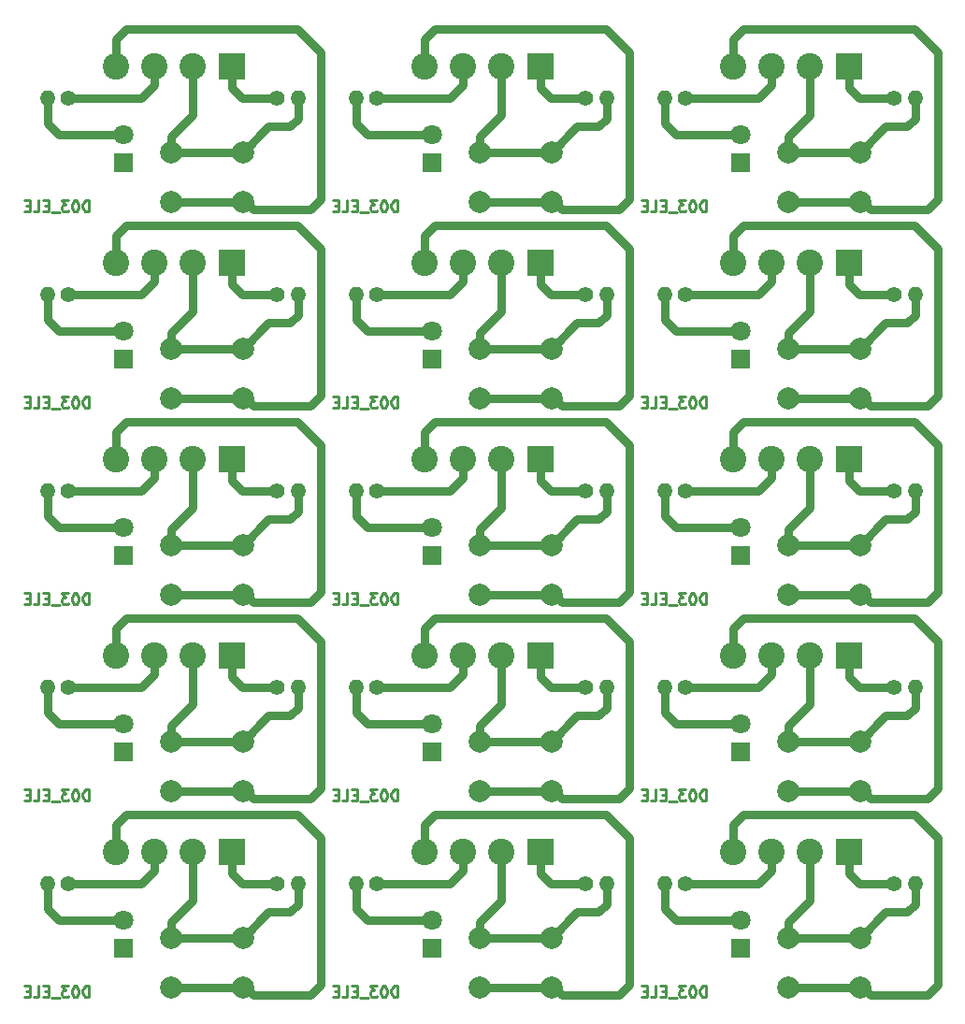
<source format=gbr>
G04 #@! TF.GenerationSoftware,KiCad,Pcbnew,5.1.5-52549c5~86~ubuntu18.04.1*
G04 #@! TF.CreationDate,2020-09-25T18:23:52-05:00*
G04 #@! TF.ProjectId,,58585858-5858-4585-9858-585858585858,rev?*
G04 #@! TF.SameCoordinates,Original*
G04 #@! TF.FileFunction,Copper,L2,Bot*
G04 #@! TF.FilePolarity,Positive*
%FSLAX46Y46*%
G04 Gerber Fmt 4.6, Leading zero omitted, Abs format (unit mm)*
G04 Created by KiCad (PCBNEW 5.1.5-52549c5~86~ubuntu18.04.1) date 2020-09-25 18:23:52*
%MOMM*%
%LPD*%
G04 APERTURE LIST*
%ADD10C,0.250000*%
%ADD11C,1.400000*%
%ADD12O,1.400000X1.400000*%
%ADD13R,1.800000X1.800000*%
%ADD14C,1.800000*%
%ADD15C,2.000000*%
%ADD16R,2.400000X2.400000*%
%ADD17C,2.400000*%
%ADD18C,0.750000*%
G04 APERTURE END LIST*
D10*
X154644361Y-158389580D02*
X154644361Y-157389580D01*
X154406266Y-157389580D01*
X154263409Y-157437200D01*
X154168171Y-157532438D01*
X154120552Y-157627676D01*
X154072933Y-157818152D01*
X154072933Y-157961009D01*
X154120552Y-158151485D01*
X154168171Y-158246723D01*
X154263409Y-158341961D01*
X154406266Y-158389580D01*
X154644361Y-158389580D01*
X153453885Y-157389580D02*
X153358647Y-157389580D01*
X153263409Y-157437200D01*
X153215790Y-157484819D01*
X153168171Y-157580057D01*
X153120552Y-157770533D01*
X153120552Y-158008628D01*
X153168171Y-158199104D01*
X153215790Y-158294342D01*
X153263409Y-158341961D01*
X153358647Y-158389580D01*
X153453885Y-158389580D01*
X153549123Y-158341961D01*
X153596742Y-158294342D01*
X153644361Y-158199104D01*
X153691980Y-158008628D01*
X153691980Y-157770533D01*
X153644361Y-157580057D01*
X153596742Y-157484819D01*
X153549123Y-157437200D01*
X153453885Y-157389580D01*
X152787219Y-157389580D02*
X152168171Y-157389580D01*
X152501504Y-157770533D01*
X152358647Y-157770533D01*
X152263409Y-157818152D01*
X152215790Y-157865771D01*
X152168171Y-157961009D01*
X152168171Y-158199104D01*
X152215790Y-158294342D01*
X152263409Y-158341961D01*
X152358647Y-158389580D01*
X152644361Y-158389580D01*
X152739600Y-158341961D01*
X152787219Y-158294342D01*
X151977695Y-158484819D02*
X151215790Y-158484819D01*
X150977695Y-157865771D02*
X150644361Y-157865771D01*
X150501504Y-158389580D02*
X150977695Y-158389580D01*
X150977695Y-157389580D01*
X150501504Y-157389580D01*
X149596742Y-158389580D02*
X150072933Y-158389580D01*
X150072933Y-157389580D01*
X149263409Y-157865771D02*
X148930076Y-157865771D01*
X148787219Y-158389580D02*
X149263409Y-158389580D01*
X149263409Y-157389580D01*
X148787219Y-157389580D01*
X126704361Y-158389580D02*
X126704361Y-157389580D01*
X126466266Y-157389580D01*
X126323409Y-157437200D01*
X126228171Y-157532438D01*
X126180552Y-157627676D01*
X126132933Y-157818152D01*
X126132933Y-157961009D01*
X126180552Y-158151485D01*
X126228171Y-158246723D01*
X126323409Y-158341961D01*
X126466266Y-158389580D01*
X126704361Y-158389580D01*
X125513885Y-157389580D02*
X125418647Y-157389580D01*
X125323409Y-157437200D01*
X125275790Y-157484819D01*
X125228171Y-157580057D01*
X125180552Y-157770533D01*
X125180552Y-158008628D01*
X125228171Y-158199104D01*
X125275790Y-158294342D01*
X125323409Y-158341961D01*
X125418647Y-158389580D01*
X125513885Y-158389580D01*
X125609123Y-158341961D01*
X125656742Y-158294342D01*
X125704361Y-158199104D01*
X125751980Y-158008628D01*
X125751980Y-157770533D01*
X125704361Y-157580057D01*
X125656742Y-157484819D01*
X125609123Y-157437200D01*
X125513885Y-157389580D01*
X124847219Y-157389580D02*
X124228171Y-157389580D01*
X124561504Y-157770533D01*
X124418647Y-157770533D01*
X124323409Y-157818152D01*
X124275790Y-157865771D01*
X124228171Y-157961009D01*
X124228171Y-158199104D01*
X124275790Y-158294342D01*
X124323409Y-158341961D01*
X124418647Y-158389580D01*
X124704361Y-158389580D01*
X124799600Y-158341961D01*
X124847219Y-158294342D01*
X124037695Y-158484819D02*
X123275790Y-158484819D01*
X123037695Y-157865771D02*
X122704361Y-157865771D01*
X122561504Y-158389580D02*
X123037695Y-158389580D01*
X123037695Y-157389580D01*
X122561504Y-157389580D01*
X121656742Y-158389580D02*
X122132933Y-158389580D01*
X122132933Y-157389580D01*
X121323409Y-157865771D02*
X120990076Y-157865771D01*
X120847219Y-158389580D02*
X121323409Y-158389580D01*
X121323409Y-157389580D01*
X120847219Y-157389580D01*
X98764361Y-158389580D02*
X98764361Y-157389580D01*
X98526266Y-157389580D01*
X98383409Y-157437200D01*
X98288171Y-157532438D01*
X98240552Y-157627676D01*
X98192933Y-157818152D01*
X98192933Y-157961009D01*
X98240552Y-158151485D01*
X98288171Y-158246723D01*
X98383409Y-158341961D01*
X98526266Y-158389580D01*
X98764361Y-158389580D01*
X97573885Y-157389580D02*
X97478647Y-157389580D01*
X97383409Y-157437200D01*
X97335790Y-157484819D01*
X97288171Y-157580057D01*
X97240552Y-157770533D01*
X97240552Y-158008628D01*
X97288171Y-158199104D01*
X97335790Y-158294342D01*
X97383409Y-158341961D01*
X97478647Y-158389580D01*
X97573885Y-158389580D01*
X97669123Y-158341961D01*
X97716742Y-158294342D01*
X97764361Y-158199104D01*
X97811980Y-158008628D01*
X97811980Y-157770533D01*
X97764361Y-157580057D01*
X97716742Y-157484819D01*
X97669123Y-157437200D01*
X97573885Y-157389580D01*
X96907219Y-157389580D02*
X96288171Y-157389580D01*
X96621504Y-157770533D01*
X96478647Y-157770533D01*
X96383409Y-157818152D01*
X96335790Y-157865771D01*
X96288171Y-157961009D01*
X96288171Y-158199104D01*
X96335790Y-158294342D01*
X96383409Y-158341961D01*
X96478647Y-158389580D01*
X96764361Y-158389580D01*
X96859600Y-158341961D01*
X96907219Y-158294342D01*
X96097695Y-158484819D02*
X95335790Y-158484819D01*
X95097695Y-157865771D02*
X94764361Y-157865771D01*
X94621504Y-158389580D02*
X95097695Y-158389580D01*
X95097695Y-157389580D01*
X94621504Y-157389580D01*
X93716742Y-158389580D02*
X94192933Y-158389580D01*
X94192933Y-157389580D01*
X93383409Y-157865771D02*
X93050076Y-157865771D01*
X92907219Y-158389580D02*
X93383409Y-158389580D01*
X93383409Y-157389580D01*
X92907219Y-157389580D01*
X154644361Y-140609580D02*
X154644361Y-139609580D01*
X154406266Y-139609580D01*
X154263409Y-139657200D01*
X154168171Y-139752438D01*
X154120552Y-139847676D01*
X154072933Y-140038152D01*
X154072933Y-140181009D01*
X154120552Y-140371485D01*
X154168171Y-140466723D01*
X154263409Y-140561961D01*
X154406266Y-140609580D01*
X154644361Y-140609580D01*
X153453885Y-139609580D02*
X153358647Y-139609580D01*
X153263409Y-139657200D01*
X153215790Y-139704819D01*
X153168171Y-139800057D01*
X153120552Y-139990533D01*
X153120552Y-140228628D01*
X153168171Y-140419104D01*
X153215790Y-140514342D01*
X153263409Y-140561961D01*
X153358647Y-140609580D01*
X153453885Y-140609580D01*
X153549123Y-140561961D01*
X153596742Y-140514342D01*
X153644361Y-140419104D01*
X153691980Y-140228628D01*
X153691980Y-139990533D01*
X153644361Y-139800057D01*
X153596742Y-139704819D01*
X153549123Y-139657200D01*
X153453885Y-139609580D01*
X152787219Y-139609580D02*
X152168171Y-139609580D01*
X152501504Y-139990533D01*
X152358647Y-139990533D01*
X152263409Y-140038152D01*
X152215790Y-140085771D01*
X152168171Y-140181009D01*
X152168171Y-140419104D01*
X152215790Y-140514342D01*
X152263409Y-140561961D01*
X152358647Y-140609580D01*
X152644361Y-140609580D01*
X152739600Y-140561961D01*
X152787219Y-140514342D01*
X151977695Y-140704819D02*
X151215790Y-140704819D01*
X150977695Y-140085771D02*
X150644361Y-140085771D01*
X150501504Y-140609580D02*
X150977695Y-140609580D01*
X150977695Y-139609580D01*
X150501504Y-139609580D01*
X149596742Y-140609580D02*
X150072933Y-140609580D01*
X150072933Y-139609580D01*
X149263409Y-140085771D02*
X148930076Y-140085771D01*
X148787219Y-140609580D02*
X149263409Y-140609580D01*
X149263409Y-139609580D01*
X148787219Y-139609580D01*
X126704361Y-140609580D02*
X126704361Y-139609580D01*
X126466266Y-139609580D01*
X126323409Y-139657200D01*
X126228171Y-139752438D01*
X126180552Y-139847676D01*
X126132933Y-140038152D01*
X126132933Y-140181009D01*
X126180552Y-140371485D01*
X126228171Y-140466723D01*
X126323409Y-140561961D01*
X126466266Y-140609580D01*
X126704361Y-140609580D01*
X125513885Y-139609580D02*
X125418647Y-139609580D01*
X125323409Y-139657200D01*
X125275790Y-139704819D01*
X125228171Y-139800057D01*
X125180552Y-139990533D01*
X125180552Y-140228628D01*
X125228171Y-140419104D01*
X125275790Y-140514342D01*
X125323409Y-140561961D01*
X125418647Y-140609580D01*
X125513885Y-140609580D01*
X125609123Y-140561961D01*
X125656742Y-140514342D01*
X125704361Y-140419104D01*
X125751980Y-140228628D01*
X125751980Y-139990533D01*
X125704361Y-139800057D01*
X125656742Y-139704819D01*
X125609123Y-139657200D01*
X125513885Y-139609580D01*
X124847219Y-139609580D02*
X124228171Y-139609580D01*
X124561504Y-139990533D01*
X124418647Y-139990533D01*
X124323409Y-140038152D01*
X124275790Y-140085771D01*
X124228171Y-140181009D01*
X124228171Y-140419104D01*
X124275790Y-140514342D01*
X124323409Y-140561961D01*
X124418647Y-140609580D01*
X124704361Y-140609580D01*
X124799600Y-140561961D01*
X124847219Y-140514342D01*
X124037695Y-140704819D02*
X123275790Y-140704819D01*
X123037695Y-140085771D02*
X122704361Y-140085771D01*
X122561504Y-140609580D02*
X123037695Y-140609580D01*
X123037695Y-139609580D01*
X122561504Y-139609580D01*
X121656742Y-140609580D02*
X122132933Y-140609580D01*
X122132933Y-139609580D01*
X121323409Y-140085771D02*
X120990076Y-140085771D01*
X120847219Y-140609580D02*
X121323409Y-140609580D01*
X121323409Y-139609580D01*
X120847219Y-139609580D01*
X98764361Y-140609580D02*
X98764361Y-139609580D01*
X98526266Y-139609580D01*
X98383409Y-139657200D01*
X98288171Y-139752438D01*
X98240552Y-139847676D01*
X98192933Y-140038152D01*
X98192933Y-140181009D01*
X98240552Y-140371485D01*
X98288171Y-140466723D01*
X98383409Y-140561961D01*
X98526266Y-140609580D01*
X98764361Y-140609580D01*
X97573885Y-139609580D02*
X97478647Y-139609580D01*
X97383409Y-139657200D01*
X97335790Y-139704819D01*
X97288171Y-139800057D01*
X97240552Y-139990533D01*
X97240552Y-140228628D01*
X97288171Y-140419104D01*
X97335790Y-140514342D01*
X97383409Y-140561961D01*
X97478647Y-140609580D01*
X97573885Y-140609580D01*
X97669123Y-140561961D01*
X97716742Y-140514342D01*
X97764361Y-140419104D01*
X97811980Y-140228628D01*
X97811980Y-139990533D01*
X97764361Y-139800057D01*
X97716742Y-139704819D01*
X97669123Y-139657200D01*
X97573885Y-139609580D01*
X96907219Y-139609580D02*
X96288171Y-139609580D01*
X96621504Y-139990533D01*
X96478647Y-139990533D01*
X96383409Y-140038152D01*
X96335790Y-140085771D01*
X96288171Y-140181009D01*
X96288171Y-140419104D01*
X96335790Y-140514342D01*
X96383409Y-140561961D01*
X96478647Y-140609580D01*
X96764361Y-140609580D01*
X96859600Y-140561961D01*
X96907219Y-140514342D01*
X96097695Y-140704819D02*
X95335790Y-140704819D01*
X95097695Y-140085771D02*
X94764361Y-140085771D01*
X94621504Y-140609580D02*
X95097695Y-140609580D01*
X95097695Y-139609580D01*
X94621504Y-139609580D01*
X93716742Y-140609580D02*
X94192933Y-140609580D01*
X94192933Y-139609580D01*
X93383409Y-140085771D02*
X93050076Y-140085771D01*
X92907219Y-140609580D02*
X93383409Y-140609580D01*
X93383409Y-139609580D01*
X92907219Y-139609580D01*
X154644361Y-122829580D02*
X154644361Y-121829580D01*
X154406266Y-121829580D01*
X154263409Y-121877200D01*
X154168171Y-121972438D01*
X154120552Y-122067676D01*
X154072933Y-122258152D01*
X154072933Y-122401009D01*
X154120552Y-122591485D01*
X154168171Y-122686723D01*
X154263409Y-122781961D01*
X154406266Y-122829580D01*
X154644361Y-122829580D01*
X153453885Y-121829580D02*
X153358647Y-121829580D01*
X153263409Y-121877200D01*
X153215790Y-121924819D01*
X153168171Y-122020057D01*
X153120552Y-122210533D01*
X153120552Y-122448628D01*
X153168171Y-122639104D01*
X153215790Y-122734342D01*
X153263409Y-122781961D01*
X153358647Y-122829580D01*
X153453885Y-122829580D01*
X153549123Y-122781961D01*
X153596742Y-122734342D01*
X153644361Y-122639104D01*
X153691980Y-122448628D01*
X153691980Y-122210533D01*
X153644361Y-122020057D01*
X153596742Y-121924819D01*
X153549123Y-121877200D01*
X153453885Y-121829580D01*
X152787219Y-121829580D02*
X152168171Y-121829580D01*
X152501504Y-122210533D01*
X152358647Y-122210533D01*
X152263409Y-122258152D01*
X152215790Y-122305771D01*
X152168171Y-122401009D01*
X152168171Y-122639104D01*
X152215790Y-122734342D01*
X152263409Y-122781961D01*
X152358647Y-122829580D01*
X152644361Y-122829580D01*
X152739600Y-122781961D01*
X152787219Y-122734342D01*
X151977695Y-122924819D02*
X151215790Y-122924819D01*
X150977695Y-122305771D02*
X150644361Y-122305771D01*
X150501504Y-122829580D02*
X150977695Y-122829580D01*
X150977695Y-121829580D01*
X150501504Y-121829580D01*
X149596742Y-122829580D02*
X150072933Y-122829580D01*
X150072933Y-121829580D01*
X149263409Y-122305771D02*
X148930076Y-122305771D01*
X148787219Y-122829580D02*
X149263409Y-122829580D01*
X149263409Y-121829580D01*
X148787219Y-121829580D01*
X126704361Y-122829580D02*
X126704361Y-121829580D01*
X126466266Y-121829580D01*
X126323409Y-121877200D01*
X126228171Y-121972438D01*
X126180552Y-122067676D01*
X126132933Y-122258152D01*
X126132933Y-122401009D01*
X126180552Y-122591485D01*
X126228171Y-122686723D01*
X126323409Y-122781961D01*
X126466266Y-122829580D01*
X126704361Y-122829580D01*
X125513885Y-121829580D02*
X125418647Y-121829580D01*
X125323409Y-121877200D01*
X125275790Y-121924819D01*
X125228171Y-122020057D01*
X125180552Y-122210533D01*
X125180552Y-122448628D01*
X125228171Y-122639104D01*
X125275790Y-122734342D01*
X125323409Y-122781961D01*
X125418647Y-122829580D01*
X125513885Y-122829580D01*
X125609123Y-122781961D01*
X125656742Y-122734342D01*
X125704361Y-122639104D01*
X125751980Y-122448628D01*
X125751980Y-122210533D01*
X125704361Y-122020057D01*
X125656742Y-121924819D01*
X125609123Y-121877200D01*
X125513885Y-121829580D01*
X124847219Y-121829580D02*
X124228171Y-121829580D01*
X124561504Y-122210533D01*
X124418647Y-122210533D01*
X124323409Y-122258152D01*
X124275790Y-122305771D01*
X124228171Y-122401009D01*
X124228171Y-122639104D01*
X124275790Y-122734342D01*
X124323409Y-122781961D01*
X124418647Y-122829580D01*
X124704361Y-122829580D01*
X124799600Y-122781961D01*
X124847219Y-122734342D01*
X124037695Y-122924819D02*
X123275790Y-122924819D01*
X123037695Y-122305771D02*
X122704361Y-122305771D01*
X122561504Y-122829580D02*
X123037695Y-122829580D01*
X123037695Y-121829580D01*
X122561504Y-121829580D01*
X121656742Y-122829580D02*
X122132933Y-122829580D01*
X122132933Y-121829580D01*
X121323409Y-122305771D02*
X120990076Y-122305771D01*
X120847219Y-122829580D02*
X121323409Y-122829580D01*
X121323409Y-121829580D01*
X120847219Y-121829580D01*
X98764361Y-122829580D02*
X98764361Y-121829580D01*
X98526266Y-121829580D01*
X98383409Y-121877200D01*
X98288171Y-121972438D01*
X98240552Y-122067676D01*
X98192933Y-122258152D01*
X98192933Y-122401009D01*
X98240552Y-122591485D01*
X98288171Y-122686723D01*
X98383409Y-122781961D01*
X98526266Y-122829580D01*
X98764361Y-122829580D01*
X97573885Y-121829580D02*
X97478647Y-121829580D01*
X97383409Y-121877200D01*
X97335790Y-121924819D01*
X97288171Y-122020057D01*
X97240552Y-122210533D01*
X97240552Y-122448628D01*
X97288171Y-122639104D01*
X97335790Y-122734342D01*
X97383409Y-122781961D01*
X97478647Y-122829580D01*
X97573885Y-122829580D01*
X97669123Y-122781961D01*
X97716742Y-122734342D01*
X97764361Y-122639104D01*
X97811980Y-122448628D01*
X97811980Y-122210533D01*
X97764361Y-122020057D01*
X97716742Y-121924819D01*
X97669123Y-121877200D01*
X97573885Y-121829580D01*
X96907219Y-121829580D02*
X96288171Y-121829580D01*
X96621504Y-122210533D01*
X96478647Y-122210533D01*
X96383409Y-122258152D01*
X96335790Y-122305771D01*
X96288171Y-122401009D01*
X96288171Y-122639104D01*
X96335790Y-122734342D01*
X96383409Y-122781961D01*
X96478647Y-122829580D01*
X96764361Y-122829580D01*
X96859600Y-122781961D01*
X96907219Y-122734342D01*
X96097695Y-122924819D02*
X95335790Y-122924819D01*
X95097695Y-122305771D02*
X94764361Y-122305771D01*
X94621504Y-122829580D02*
X95097695Y-122829580D01*
X95097695Y-121829580D01*
X94621504Y-121829580D01*
X93716742Y-122829580D02*
X94192933Y-122829580D01*
X94192933Y-121829580D01*
X93383409Y-122305771D02*
X93050076Y-122305771D01*
X92907219Y-122829580D02*
X93383409Y-122829580D01*
X93383409Y-121829580D01*
X92907219Y-121829580D01*
X154644361Y-105049580D02*
X154644361Y-104049580D01*
X154406266Y-104049580D01*
X154263409Y-104097200D01*
X154168171Y-104192438D01*
X154120552Y-104287676D01*
X154072933Y-104478152D01*
X154072933Y-104621009D01*
X154120552Y-104811485D01*
X154168171Y-104906723D01*
X154263409Y-105001961D01*
X154406266Y-105049580D01*
X154644361Y-105049580D01*
X153453885Y-104049580D02*
X153358647Y-104049580D01*
X153263409Y-104097200D01*
X153215790Y-104144819D01*
X153168171Y-104240057D01*
X153120552Y-104430533D01*
X153120552Y-104668628D01*
X153168171Y-104859104D01*
X153215790Y-104954342D01*
X153263409Y-105001961D01*
X153358647Y-105049580D01*
X153453885Y-105049580D01*
X153549123Y-105001961D01*
X153596742Y-104954342D01*
X153644361Y-104859104D01*
X153691980Y-104668628D01*
X153691980Y-104430533D01*
X153644361Y-104240057D01*
X153596742Y-104144819D01*
X153549123Y-104097200D01*
X153453885Y-104049580D01*
X152787219Y-104049580D02*
X152168171Y-104049580D01*
X152501504Y-104430533D01*
X152358647Y-104430533D01*
X152263409Y-104478152D01*
X152215790Y-104525771D01*
X152168171Y-104621009D01*
X152168171Y-104859104D01*
X152215790Y-104954342D01*
X152263409Y-105001961D01*
X152358647Y-105049580D01*
X152644361Y-105049580D01*
X152739600Y-105001961D01*
X152787219Y-104954342D01*
X151977695Y-105144819D02*
X151215790Y-105144819D01*
X150977695Y-104525771D02*
X150644361Y-104525771D01*
X150501504Y-105049580D02*
X150977695Y-105049580D01*
X150977695Y-104049580D01*
X150501504Y-104049580D01*
X149596742Y-105049580D02*
X150072933Y-105049580D01*
X150072933Y-104049580D01*
X149263409Y-104525771D02*
X148930076Y-104525771D01*
X148787219Y-105049580D02*
X149263409Y-105049580D01*
X149263409Y-104049580D01*
X148787219Y-104049580D01*
X126704361Y-105049580D02*
X126704361Y-104049580D01*
X126466266Y-104049580D01*
X126323409Y-104097200D01*
X126228171Y-104192438D01*
X126180552Y-104287676D01*
X126132933Y-104478152D01*
X126132933Y-104621009D01*
X126180552Y-104811485D01*
X126228171Y-104906723D01*
X126323409Y-105001961D01*
X126466266Y-105049580D01*
X126704361Y-105049580D01*
X125513885Y-104049580D02*
X125418647Y-104049580D01*
X125323409Y-104097200D01*
X125275790Y-104144819D01*
X125228171Y-104240057D01*
X125180552Y-104430533D01*
X125180552Y-104668628D01*
X125228171Y-104859104D01*
X125275790Y-104954342D01*
X125323409Y-105001961D01*
X125418647Y-105049580D01*
X125513885Y-105049580D01*
X125609123Y-105001961D01*
X125656742Y-104954342D01*
X125704361Y-104859104D01*
X125751980Y-104668628D01*
X125751980Y-104430533D01*
X125704361Y-104240057D01*
X125656742Y-104144819D01*
X125609123Y-104097200D01*
X125513885Y-104049580D01*
X124847219Y-104049580D02*
X124228171Y-104049580D01*
X124561504Y-104430533D01*
X124418647Y-104430533D01*
X124323409Y-104478152D01*
X124275790Y-104525771D01*
X124228171Y-104621009D01*
X124228171Y-104859104D01*
X124275790Y-104954342D01*
X124323409Y-105001961D01*
X124418647Y-105049580D01*
X124704361Y-105049580D01*
X124799600Y-105001961D01*
X124847219Y-104954342D01*
X124037695Y-105144819D02*
X123275790Y-105144819D01*
X123037695Y-104525771D02*
X122704361Y-104525771D01*
X122561504Y-105049580D02*
X123037695Y-105049580D01*
X123037695Y-104049580D01*
X122561504Y-104049580D01*
X121656742Y-105049580D02*
X122132933Y-105049580D01*
X122132933Y-104049580D01*
X121323409Y-104525771D02*
X120990076Y-104525771D01*
X120847219Y-105049580D02*
X121323409Y-105049580D01*
X121323409Y-104049580D01*
X120847219Y-104049580D01*
X98764361Y-105049580D02*
X98764361Y-104049580D01*
X98526266Y-104049580D01*
X98383409Y-104097200D01*
X98288171Y-104192438D01*
X98240552Y-104287676D01*
X98192933Y-104478152D01*
X98192933Y-104621009D01*
X98240552Y-104811485D01*
X98288171Y-104906723D01*
X98383409Y-105001961D01*
X98526266Y-105049580D01*
X98764361Y-105049580D01*
X97573885Y-104049580D02*
X97478647Y-104049580D01*
X97383409Y-104097200D01*
X97335790Y-104144819D01*
X97288171Y-104240057D01*
X97240552Y-104430533D01*
X97240552Y-104668628D01*
X97288171Y-104859104D01*
X97335790Y-104954342D01*
X97383409Y-105001961D01*
X97478647Y-105049580D01*
X97573885Y-105049580D01*
X97669123Y-105001961D01*
X97716742Y-104954342D01*
X97764361Y-104859104D01*
X97811980Y-104668628D01*
X97811980Y-104430533D01*
X97764361Y-104240057D01*
X97716742Y-104144819D01*
X97669123Y-104097200D01*
X97573885Y-104049580D01*
X96907219Y-104049580D02*
X96288171Y-104049580D01*
X96621504Y-104430533D01*
X96478647Y-104430533D01*
X96383409Y-104478152D01*
X96335790Y-104525771D01*
X96288171Y-104621009D01*
X96288171Y-104859104D01*
X96335790Y-104954342D01*
X96383409Y-105001961D01*
X96478647Y-105049580D01*
X96764361Y-105049580D01*
X96859600Y-105001961D01*
X96907219Y-104954342D01*
X96097695Y-105144819D02*
X95335790Y-105144819D01*
X95097695Y-104525771D02*
X94764361Y-104525771D01*
X94621504Y-105049580D02*
X95097695Y-105049580D01*
X95097695Y-104049580D01*
X94621504Y-104049580D01*
X93716742Y-105049580D02*
X94192933Y-105049580D01*
X94192933Y-104049580D01*
X93383409Y-104525771D02*
X93050076Y-104525771D01*
X92907219Y-105049580D02*
X93383409Y-105049580D01*
X93383409Y-104049580D01*
X92907219Y-104049580D01*
X154644361Y-87269580D02*
X154644361Y-86269580D01*
X154406266Y-86269580D01*
X154263409Y-86317200D01*
X154168171Y-86412438D01*
X154120552Y-86507676D01*
X154072933Y-86698152D01*
X154072933Y-86841009D01*
X154120552Y-87031485D01*
X154168171Y-87126723D01*
X154263409Y-87221961D01*
X154406266Y-87269580D01*
X154644361Y-87269580D01*
X153453885Y-86269580D02*
X153358647Y-86269580D01*
X153263409Y-86317200D01*
X153215790Y-86364819D01*
X153168171Y-86460057D01*
X153120552Y-86650533D01*
X153120552Y-86888628D01*
X153168171Y-87079104D01*
X153215790Y-87174342D01*
X153263409Y-87221961D01*
X153358647Y-87269580D01*
X153453885Y-87269580D01*
X153549123Y-87221961D01*
X153596742Y-87174342D01*
X153644361Y-87079104D01*
X153691980Y-86888628D01*
X153691980Y-86650533D01*
X153644361Y-86460057D01*
X153596742Y-86364819D01*
X153549123Y-86317200D01*
X153453885Y-86269580D01*
X152787219Y-86269580D02*
X152168171Y-86269580D01*
X152501504Y-86650533D01*
X152358647Y-86650533D01*
X152263409Y-86698152D01*
X152215790Y-86745771D01*
X152168171Y-86841009D01*
X152168171Y-87079104D01*
X152215790Y-87174342D01*
X152263409Y-87221961D01*
X152358647Y-87269580D01*
X152644361Y-87269580D01*
X152739600Y-87221961D01*
X152787219Y-87174342D01*
X151977695Y-87364819D02*
X151215790Y-87364819D01*
X150977695Y-86745771D02*
X150644361Y-86745771D01*
X150501504Y-87269580D02*
X150977695Y-87269580D01*
X150977695Y-86269580D01*
X150501504Y-86269580D01*
X149596742Y-87269580D02*
X150072933Y-87269580D01*
X150072933Y-86269580D01*
X149263409Y-86745771D02*
X148930076Y-86745771D01*
X148787219Y-87269580D02*
X149263409Y-87269580D01*
X149263409Y-86269580D01*
X148787219Y-86269580D01*
X126704361Y-87269580D02*
X126704361Y-86269580D01*
X126466266Y-86269580D01*
X126323409Y-86317200D01*
X126228171Y-86412438D01*
X126180552Y-86507676D01*
X126132933Y-86698152D01*
X126132933Y-86841009D01*
X126180552Y-87031485D01*
X126228171Y-87126723D01*
X126323409Y-87221961D01*
X126466266Y-87269580D01*
X126704361Y-87269580D01*
X125513885Y-86269580D02*
X125418647Y-86269580D01*
X125323409Y-86317200D01*
X125275790Y-86364819D01*
X125228171Y-86460057D01*
X125180552Y-86650533D01*
X125180552Y-86888628D01*
X125228171Y-87079104D01*
X125275790Y-87174342D01*
X125323409Y-87221961D01*
X125418647Y-87269580D01*
X125513885Y-87269580D01*
X125609123Y-87221961D01*
X125656742Y-87174342D01*
X125704361Y-87079104D01*
X125751980Y-86888628D01*
X125751980Y-86650533D01*
X125704361Y-86460057D01*
X125656742Y-86364819D01*
X125609123Y-86317200D01*
X125513885Y-86269580D01*
X124847219Y-86269580D02*
X124228171Y-86269580D01*
X124561504Y-86650533D01*
X124418647Y-86650533D01*
X124323409Y-86698152D01*
X124275790Y-86745771D01*
X124228171Y-86841009D01*
X124228171Y-87079104D01*
X124275790Y-87174342D01*
X124323409Y-87221961D01*
X124418647Y-87269580D01*
X124704361Y-87269580D01*
X124799600Y-87221961D01*
X124847219Y-87174342D01*
X124037695Y-87364819D02*
X123275790Y-87364819D01*
X123037695Y-86745771D02*
X122704361Y-86745771D01*
X122561504Y-87269580D02*
X123037695Y-87269580D01*
X123037695Y-86269580D01*
X122561504Y-86269580D01*
X121656742Y-87269580D02*
X122132933Y-87269580D01*
X122132933Y-86269580D01*
X121323409Y-86745771D02*
X120990076Y-86745771D01*
X120847219Y-87269580D02*
X121323409Y-87269580D01*
X121323409Y-86269580D01*
X120847219Y-86269580D01*
X98764361Y-87269580D02*
X98764361Y-86269580D01*
X98526266Y-86269580D01*
X98383409Y-86317200D01*
X98288171Y-86412438D01*
X98240552Y-86507676D01*
X98192933Y-86698152D01*
X98192933Y-86841009D01*
X98240552Y-87031485D01*
X98288171Y-87126723D01*
X98383409Y-87221961D01*
X98526266Y-87269580D01*
X98764361Y-87269580D01*
X97573885Y-86269580D02*
X97478647Y-86269580D01*
X97383409Y-86317200D01*
X97335790Y-86364819D01*
X97288171Y-86460057D01*
X97240552Y-86650533D01*
X97240552Y-86888628D01*
X97288171Y-87079104D01*
X97335790Y-87174342D01*
X97383409Y-87221961D01*
X97478647Y-87269580D01*
X97573885Y-87269580D01*
X97669123Y-87221961D01*
X97716742Y-87174342D01*
X97764361Y-87079104D01*
X97811980Y-86888628D01*
X97811980Y-86650533D01*
X97764361Y-86460057D01*
X97716742Y-86364819D01*
X97669123Y-86317200D01*
X97573885Y-86269580D01*
X96907219Y-86269580D02*
X96288171Y-86269580D01*
X96621504Y-86650533D01*
X96478647Y-86650533D01*
X96383409Y-86698152D01*
X96335790Y-86745771D01*
X96288171Y-86841009D01*
X96288171Y-87079104D01*
X96335790Y-87174342D01*
X96383409Y-87221961D01*
X96478647Y-87269580D01*
X96764361Y-87269580D01*
X96859600Y-87221961D01*
X96907219Y-87174342D01*
X96097695Y-87364819D02*
X95335790Y-87364819D01*
X95097695Y-86745771D02*
X94764361Y-86745771D01*
X94621504Y-87269580D02*
X95097695Y-87269580D01*
X95097695Y-86269580D01*
X94621504Y-86269580D01*
X93716742Y-87269580D02*
X94192933Y-87269580D01*
X94192933Y-86269580D01*
X93383409Y-86745771D02*
X93050076Y-86745771D01*
X92907219Y-87269580D02*
X93383409Y-87269580D01*
X93383409Y-86269580D01*
X92907219Y-86269580D01*
D11*
X152781000Y-148107400D03*
D12*
X150881000Y-148107400D03*
D11*
X124841000Y-148107400D03*
D12*
X122941000Y-148107400D03*
D11*
X96901000Y-148107400D03*
D12*
X95001000Y-148107400D03*
D11*
X152781000Y-130327400D03*
D12*
X150881000Y-130327400D03*
D11*
X124841000Y-130327400D03*
D12*
X122941000Y-130327400D03*
D11*
X96901000Y-130327400D03*
D12*
X95001000Y-130327400D03*
D11*
X152781000Y-112547400D03*
D12*
X150881000Y-112547400D03*
D11*
X124841000Y-112547400D03*
D12*
X122941000Y-112547400D03*
D11*
X96901000Y-112547400D03*
D12*
X95001000Y-112547400D03*
D11*
X152781000Y-94767400D03*
D12*
X150881000Y-94767400D03*
D11*
X124841000Y-94767400D03*
D12*
X122941000Y-94767400D03*
D11*
X96901000Y-94767400D03*
D12*
X95001000Y-94767400D03*
D11*
X152781000Y-76987400D03*
D12*
X150881000Y-76987400D03*
D11*
X124841000Y-76987400D03*
D12*
X122941000Y-76987400D03*
D11*
X171678600Y-148158200D03*
D12*
X173578600Y-148158200D03*
D11*
X143738600Y-148158200D03*
D12*
X145638600Y-148158200D03*
D11*
X115798600Y-148158200D03*
D12*
X117698600Y-148158200D03*
D11*
X171678600Y-130378200D03*
D12*
X173578600Y-130378200D03*
D11*
X143738600Y-130378200D03*
D12*
X145638600Y-130378200D03*
D11*
X115798600Y-130378200D03*
D12*
X117698600Y-130378200D03*
D11*
X171678600Y-112598200D03*
D12*
X173578600Y-112598200D03*
D11*
X143738600Y-112598200D03*
D12*
X145638600Y-112598200D03*
D11*
X115798600Y-112598200D03*
D12*
X117698600Y-112598200D03*
D11*
X171678600Y-94818200D03*
D12*
X173578600Y-94818200D03*
D11*
X143738600Y-94818200D03*
D12*
X145638600Y-94818200D03*
D11*
X115798600Y-94818200D03*
D12*
X117698600Y-94818200D03*
D11*
X171678600Y-77038200D03*
D12*
X173578600Y-77038200D03*
D11*
X143738600Y-77038200D03*
D12*
X145638600Y-77038200D03*
D13*
X157734000Y-154000200D03*
D14*
X157734000Y-151460200D03*
D13*
X129794000Y-154000200D03*
D14*
X129794000Y-151460200D03*
D13*
X101854000Y-154000200D03*
D14*
X101854000Y-151460200D03*
D13*
X157734000Y-136220200D03*
D14*
X157734000Y-133680200D03*
D13*
X129794000Y-136220200D03*
D14*
X129794000Y-133680200D03*
D13*
X101854000Y-136220200D03*
D14*
X101854000Y-133680200D03*
D13*
X157734000Y-118440200D03*
D14*
X157734000Y-115900200D03*
D13*
X129794000Y-118440200D03*
D14*
X129794000Y-115900200D03*
D13*
X101854000Y-118440200D03*
D14*
X101854000Y-115900200D03*
D13*
X157734000Y-100660200D03*
D14*
X157734000Y-98120200D03*
D13*
X129794000Y-100660200D03*
D14*
X129794000Y-98120200D03*
D13*
X101854000Y-100660200D03*
D14*
X101854000Y-98120200D03*
D13*
X157734000Y-82880200D03*
D14*
X157734000Y-80340200D03*
D13*
X129794000Y-82880200D03*
D14*
X129794000Y-80340200D03*
D15*
X168579800Y-153030800D03*
X168579800Y-157530800D03*
X162079800Y-153030800D03*
X162079800Y-157530800D03*
X140639800Y-153030800D03*
X140639800Y-157530800D03*
X134139800Y-153030800D03*
X134139800Y-157530800D03*
X112699800Y-153030800D03*
X112699800Y-157530800D03*
X106199800Y-153030800D03*
X106199800Y-157530800D03*
X168579800Y-135250800D03*
X168579800Y-139750800D03*
X162079800Y-135250800D03*
X162079800Y-139750800D03*
X140639800Y-135250800D03*
X140639800Y-139750800D03*
X134139800Y-135250800D03*
X134139800Y-139750800D03*
X112699800Y-135250800D03*
X112699800Y-139750800D03*
X106199800Y-135250800D03*
X106199800Y-139750800D03*
X168579800Y-117470800D03*
X168579800Y-121970800D03*
X162079800Y-117470800D03*
X162079800Y-121970800D03*
X140639800Y-117470800D03*
X140639800Y-121970800D03*
X134139800Y-117470800D03*
X134139800Y-121970800D03*
X112699800Y-117470800D03*
X112699800Y-121970800D03*
X106199800Y-117470800D03*
X106199800Y-121970800D03*
X168579800Y-99690800D03*
X168579800Y-104190800D03*
X162079800Y-99690800D03*
X162079800Y-104190800D03*
X140639800Y-99690800D03*
X140639800Y-104190800D03*
X134139800Y-99690800D03*
X134139800Y-104190800D03*
X112699800Y-99690800D03*
X112699800Y-104190800D03*
X106199800Y-99690800D03*
X106199800Y-104190800D03*
X168579800Y-81910800D03*
X168579800Y-86410800D03*
X162079800Y-81910800D03*
X162079800Y-86410800D03*
X140639800Y-81910800D03*
X140639800Y-86410800D03*
X134139800Y-81910800D03*
X134139800Y-86410800D03*
D16*
X167540800Y-145234200D03*
D17*
X164040800Y-145234200D03*
X160540800Y-145234200D03*
X157040800Y-145234200D03*
D16*
X139600800Y-145234200D03*
D17*
X136100800Y-145234200D03*
X132600800Y-145234200D03*
X129100800Y-145234200D03*
D16*
X111660800Y-145234200D03*
D17*
X108160800Y-145234200D03*
X104660800Y-145234200D03*
X101160800Y-145234200D03*
D16*
X167540800Y-127454200D03*
D17*
X164040800Y-127454200D03*
X160540800Y-127454200D03*
X157040800Y-127454200D03*
D16*
X139600800Y-127454200D03*
D17*
X136100800Y-127454200D03*
X132600800Y-127454200D03*
X129100800Y-127454200D03*
D16*
X111660800Y-127454200D03*
D17*
X108160800Y-127454200D03*
X104660800Y-127454200D03*
X101160800Y-127454200D03*
D16*
X167540800Y-109674200D03*
D17*
X164040800Y-109674200D03*
X160540800Y-109674200D03*
X157040800Y-109674200D03*
D16*
X139600800Y-109674200D03*
D17*
X136100800Y-109674200D03*
X132600800Y-109674200D03*
X129100800Y-109674200D03*
D16*
X111660800Y-109674200D03*
D17*
X108160800Y-109674200D03*
X104660800Y-109674200D03*
X101160800Y-109674200D03*
D16*
X167540800Y-91894200D03*
D17*
X164040800Y-91894200D03*
X160540800Y-91894200D03*
X157040800Y-91894200D03*
D16*
X139600800Y-91894200D03*
D17*
X136100800Y-91894200D03*
X132600800Y-91894200D03*
X129100800Y-91894200D03*
D16*
X111660800Y-91894200D03*
D17*
X108160800Y-91894200D03*
X104660800Y-91894200D03*
X101160800Y-91894200D03*
D16*
X167540800Y-74114200D03*
D17*
X164040800Y-74114200D03*
X160540800Y-74114200D03*
X157040800Y-74114200D03*
D16*
X139600800Y-74114200D03*
D17*
X136100800Y-74114200D03*
X132600800Y-74114200D03*
X129100800Y-74114200D03*
D12*
X95001000Y-76987400D03*
D11*
X96901000Y-76987400D03*
D12*
X117698600Y-77038200D03*
D11*
X115798600Y-77038200D03*
D14*
X101854000Y-80340200D03*
D13*
X101854000Y-82880200D03*
D17*
X101160800Y-74114200D03*
X104660800Y-74114200D03*
X108160800Y-74114200D03*
D16*
X111660800Y-74114200D03*
D15*
X106199800Y-86410800D03*
X106199800Y-81910800D03*
X112699800Y-86410800D03*
X112699800Y-81910800D03*
D18*
X106199800Y-86410800D02*
X112699800Y-86410800D01*
X101160800Y-72417144D02*
X101168200Y-72409744D01*
X101160800Y-74114200D02*
X101160800Y-72417144D01*
X101168200Y-72409744D02*
X101168200Y-71653400D01*
X101168200Y-71653400D02*
X102107390Y-70714210D01*
X102107390Y-70714210D02*
X117602610Y-70714210D01*
X117602610Y-70714210D02*
X119761000Y-72872600D01*
X119761000Y-72872600D02*
X119761000Y-86156800D01*
X119761000Y-86156800D02*
X118795800Y-87122000D01*
X118795800Y-87122000D02*
X113665000Y-87122000D01*
X112953800Y-86410800D02*
X112699800Y-86410800D01*
X113665000Y-87122000D02*
X112953800Y-86410800D01*
X141605000Y-87122000D02*
X140893800Y-86410800D01*
X169545000Y-87122000D02*
X168833800Y-86410800D01*
X113665000Y-104902000D02*
X112953800Y-104190800D01*
X141605000Y-104902000D02*
X140893800Y-104190800D01*
X169545000Y-104902000D02*
X168833800Y-104190800D01*
X113665000Y-122682000D02*
X112953800Y-121970800D01*
X141605000Y-122682000D02*
X140893800Y-121970800D01*
X169545000Y-122682000D02*
X168833800Y-121970800D01*
X113665000Y-140462000D02*
X112953800Y-139750800D01*
X141605000Y-140462000D02*
X140893800Y-139750800D01*
X169545000Y-140462000D02*
X168833800Y-139750800D01*
X113665000Y-158242000D02*
X112953800Y-157530800D01*
X141605000Y-158242000D02*
X140893800Y-157530800D01*
X169545000Y-158242000D02*
X168833800Y-157530800D01*
X129100800Y-72417144D02*
X129108200Y-72409744D01*
X157040800Y-72417144D02*
X157048200Y-72409744D01*
X101160800Y-90197144D02*
X101168200Y-90189744D01*
X129100800Y-90197144D02*
X129108200Y-90189744D01*
X157040800Y-90197144D02*
X157048200Y-90189744D01*
X101160800Y-107977144D02*
X101168200Y-107969744D01*
X129100800Y-107977144D02*
X129108200Y-107969744D01*
X157040800Y-107977144D02*
X157048200Y-107969744D01*
X101160800Y-125757144D02*
X101168200Y-125749744D01*
X129100800Y-125757144D02*
X129108200Y-125749744D01*
X157040800Y-125757144D02*
X157048200Y-125749744D01*
X101160800Y-143537144D02*
X101168200Y-143529744D01*
X129100800Y-143537144D02*
X129108200Y-143529744D01*
X157040800Y-143537144D02*
X157048200Y-143529744D01*
X129108200Y-71653400D02*
X130047390Y-70714210D01*
X157048200Y-71653400D02*
X157987390Y-70714210D01*
X101168200Y-89433400D02*
X102107390Y-88494210D01*
X129108200Y-89433400D02*
X130047390Y-88494210D01*
X157048200Y-89433400D02*
X157987390Y-88494210D01*
X101168200Y-107213400D02*
X102107390Y-106274210D01*
X129108200Y-107213400D02*
X130047390Y-106274210D01*
X157048200Y-107213400D02*
X157987390Y-106274210D01*
X101168200Y-124993400D02*
X102107390Y-124054210D01*
X129108200Y-124993400D02*
X130047390Y-124054210D01*
X157048200Y-124993400D02*
X157987390Y-124054210D01*
X101168200Y-142773400D02*
X102107390Y-141834210D01*
X129108200Y-142773400D02*
X130047390Y-141834210D01*
X157048200Y-142773400D02*
X157987390Y-141834210D01*
X147701000Y-86156800D02*
X146735800Y-87122000D01*
X175641000Y-86156800D02*
X174675800Y-87122000D01*
X119761000Y-103936800D02*
X118795800Y-104902000D01*
X147701000Y-103936800D02*
X146735800Y-104902000D01*
X175641000Y-103936800D02*
X174675800Y-104902000D01*
X119761000Y-121716800D02*
X118795800Y-122682000D01*
X147701000Y-121716800D02*
X146735800Y-122682000D01*
X175641000Y-121716800D02*
X174675800Y-122682000D01*
X119761000Y-139496800D02*
X118795800Y-140462000D01*
X147701000Y-139496800D02*
X146735800Y-140462000D01*
X175641000Y-139496800D02*
X174675800Y-140462000D01*
X119761000Y-157276800D02*
X118795800Y-158242000D01*
X147701000Y-157276800D02*
X146735800Y-158242000D01*
X175641000Y-157276800D02*
X174675800Y-158242000D01*
X134139800Y-86410800D02*
X140639800Y-86410800D01*
X162079800Y-86410800D02*
X168579800Y-86410800D01*
X106199800Y-104190800D02*
X112699800Y-104190800D01*
X134139800Y-104190800D02*
X140639800Y-104190800D01*
X162079800Y-104190800D02*
X168579800Y-104190800D01*
X106199800Y-121970800D02*
X112699800Y-121970800D01*
X134139800Y-121970800D02*
X140639800Y-121970800D01*
X162079800Y-121970800D02*
X168579800Y-121970800D01*
X106199800Y-139750800D02*
X112699800Y-139750800D01*
X134139800Y-139750800D02*
X140639800Y-139750800D01*
X162079800Y-139750800D02*
X168579800Y-139750800D01*
X106199800Y-157530800D02*
X112699800Y-157530800D01*
X134139800Y-157530800D02*
X140639800Y-157530800D01*
X162079800Y-157530800D02*
X168579800Y-157530800D01*
X129108200Y-72409744D02*
X129108200Y-71653400D01*
X157048200Y-72409744D02*
X157048200Y-71653400D01*
X101168200Y-90189744D02*
X101168200Y-89433400D01*
X129108200Y-90189744D02*
X129108200Y-89433400D01*
X157048200Y-90189744D02*
X157048200Y-89433400D01*
X101168200Y-107969744D02*
X101168200Y-107213400D01*
X129108200Y-107969744D02*
X129108200Y-107213400D01*
X157048200Y-107969744D02*
X157048200Y-107213400D01*
X101168200Y-125749744D02*
X101168200Y-124993400D01*
X129108200Y-125749744D02*
X129108200Y-124993400D01*
X157048200Y-125749744D02*
X157048200Y-124993400D01*
X101168200Y-143529744D02*
X101168200Y-142773400D01*
X129108200Y-143529744D02*
X129108200Y-142773400D01*
X157048200Y-143529744D02*
X157048200Y-142773400D01*
X129100800Y-74114200D02*
X129100800Y-72417144D01*
X157040800Y-74114200D02*
X157040800Y-72417144D01*
X101160800Y-91894200D02*
X101160800Y-90197144D01*
X129100800Y-91894200D02*
X129100800Y-90197144D01*
X157040800Y-91894200D02*
X157040800Y-90197144D01*
X101160800Y-109674200D02*
X101160800Y-107977144D01*
X129100800Y-109674200D02*
X129100800Y-107977144D01*
X157040800Y-109674200D02*
X157040800Y-107977144D01*
X101160800Y-127454200D02*
X101160800Y-125757144D01*
X129100800Y-127454200D02*
X129100800Y-125757144D01*
X157040800Y-127454200D02*
X157040800Y-125757144D01*
X101160800Y-145234200D02*
X101160800Y-143537144D01*
X129100800Y-145234200D02*
X129100800Y-143537144D01*
X157040800Y-145234200D02*
X157040800Y-143537144D01*
X130047390Y-70714210D02*
X145542610Y-70714210D01*
X157987390Y-70714210D02*
X173482610Y-70714210D01*
X102107390Y-88494210D02*
X117602610Y-88494210D01*
X130047390Y-88494210D02*
X145542610Y-88494210D01*
X157987390Y-88494210D02*
X173482610Y-88494210D01*
X102107390Y-106274210D02*
X117602610Y-106274210D01*
X130047390Y-106274210D02*
X145542610Y-106274210D01*
X157987390Y-106274210D02*
X173482610Y-106274210D01*
X102107390Y-124054210D02*
X117602610Y-124054210D01*
X130047390Y-124054210D02*
X145542610Y-124054210D01*
X157987390Y-124054210D02*
X173482610Y-124054210D01*
X102107390Y-141834210D02*
X117602610Y-141834210D01*
X130047390Y-141834210D02*
X145542610Y-141834210D01*
X157987390Y-141834210D02*
X173482610Y-141834210D01*
X145542610Y-70714210D02*
X147701000Y-72872600D01*
X173482610Y-70714210D02*
X175641000Y-72872600D01*
X117602610Y-88494210D02*
X119761000Y-90652600D01*
X145542610Y-88494210D02*
X147701000Y-90652600D01*
X173482610Y-88494210D02*
X175641000Y-90652600D01*
X117602610Y-106274210D02*
X119761000Y-108432600D01*
X145542610Y-106274210D02*
X147701000Y-108432600D01*
X173482610Y-106274210D02*
X175641000Y-108432600D01*
X117602610Y-124054210D02*
X119761000Y-126212600D01*
X145542610Y-124054210D02*
X147701000Y-126212600D01*
X173482610Y-124054210D02*
X175641000Y-126212600D01*
X117602610Y-141834210D02*
X119761000Y-143992600D01*
X145542610Y-141834210D02*
X147701000Y-143992600D01*
X173482610Y-141834210D02*
X175641000Y-143992600D01*
X146735800Y-87122000D02*
X141605000Y-87122000D01*
X174675800Y-87122000D02*
X169545000Y-87122000D01*
X118795800Y-104902000D02*
X113665000Y-104902000D01*
X146735800Y-104902000D02*
X141605000Y-104902000D01*
X174675800Y-104902000D02*
X169545000Y-104902000D01*
X118795800Y-122682000D02*
X113665000Y-122682000D01*
X146735800Y-122682000D02*
X141605000Y-122682000D01*
X174675800Y-122682000D02*
X169545000Y-122682000D01*
X118795800Y-140462000D02*
X113665000Y-140462000D01*
X146735800Y-140462000D02*
X141605000Y-140462000D01*
X174675800Y-140462000D02*
X169545000Y-140462000D01*
X118795800Y-158242000D02*
X113665000Y-158242000D01*
X146735800Y-158242000D02*
X141605000Y-158242000D01*
X174675800Y-158242000D02*
X169545000Y-158242000D01*
X140893800Y-86410800D02*
X140639800Y-86410800D01*
X168833800Y-86410800D02*
X168579800Y-86410800D01*
X112953800Y-104190800D02*
X112699800Y-104190800D01*
X140893800Y-104190800D02*
X140639800Y-104190800D01*
X168833800Y-104190800D02*
X168579800Y-104190800D01*
X112953800Y-121970800D02*
X112699800Y-121970800D01*
X140893800Y-121970800D02*
X140639800Y-121970800D01*
X168833800Y-121970800D02*
X168579800Y-121970800D01*
X112953800Y-139750800D02*
X112699800Y-139750800D01*
X140893800Y-139750800D02*
X140639800Y-139750800D01*
X168833800Y-139750800D02*
X168579800Y-139750800D01*
X112953800Y-157530800D02*
X112699800Y-157530800D01*
X140893800Y-157530800D02*
X140639800Y-157530800D01*
X168833800Y-157530800D02*
X168579800Y-157530800D01*
X147701000Y-72872600D02*
X147701000Y-86156800D01*
X175641000Y-72872600D02*
X175641000Y-86156800D01*
X119761000Y-90652600D02*
X119761000Y-103936800D01*
X147701000Y-90652600D02*
X147701000Y-103936800D01*
X175641000Y-90652600D02*
X175641000Y-103936800D01*
X119761000Y-108432600D02*
X119761000Y-121716800D01*
X147701000Y-108432600D02*
X147701000Y-121716800D01*
X175641000Y-108432600D02*
X175641000Y-121716800D01*
X119761000Y-126212600D02*
X119761000Y-139496800D01*
X147701000Y-126212600D02*
X147701000Y-139496800D01*
X175641000Y-126212600D02*
X175641000Y-139496800D01*
X119761000Y-143992600D02*
X119761000Y-157276800D01*
X147701000Y-143992600D02*
X147701000Y-157276800D01*
X175641000Y-143992600D02*
X175641000Y-157276800D01*
X103484656Y-76987400D02*
X96901000Y-76987400D01*
X104660800Y-74114200D02*
X104660800Y-75811256D01*
X104660800Y-75811256D02*
X103484656Y-76987400D01*
X131424656Y-76987400D02*
X124841000Y-76987400D01*
X159364656Y-76987400D02*
X152781000Y-76987400D01*
X103484656Y-94767400D02*
X96901000Y-94767400D01*
X131424656Y-94767400D02*
X124841000Y-94767400D01*
X159364656Y-94767400D02*
X152781000Y-94767400D01*
X103484656Y-112547400D02*
X96901000Y-112547400D01*
X131424656Y-112547400D02*
X124841000Y-112547400D01*
X159364656Y-112547400D02*
X152781000Y-112547400D01*
X103484656Y-130327400D02*
X96901000Y-130327400D01*
X131424656Y-130327400D02*
X124841000Y-130327400D01*
X159364656Y-130327400D02*
X152781000Y-130327400D01*
X103484656Y-148107400D02*
X96901000Y-148107400D01*
X131424656Y-148107400D02*
X124841000Y-148107400D01*
X159364656Y-148107400D02*
X152781000Y-148107400D01*
X132600800Y-74114200D02*
X132600800Y-75811256D01*
X160540800Y-74114200D02*
X160540800Y-75811256D01*
X104660800Y-91894200D02*
X104660800Y-93591256D01*
X132600800Y-91894200D02*
X132600800Y-93591256D01*
X160540800Y-91894200D02*
X160540800Y-93591256D01*
X104660800Y-109674200D02*
X104660800Y-111371256D01*
X132600800Y-109674200D02*
X132600800Y-111371256D01*
X160540800Y-109674200D02*
X160540800Y-111371256D01*
X104660800Y-127454200D02*
X104660800Y-129151256D01*
X132600800Y-127454200D02*
X132600800Y-129151256D01*
X160540800Y-127454200D02*
X160540800Y-129151256D01*
X104660800Y-145234200D02*
X104660800Y-146931256D01*
X132600800Y-145234200D02*
X132600800Y-146931256D01*
X160540800Y-145234200D02*
X160540800Y-146931256D01*
X132600800Y-75811256D02*
X131424656Y-76987400D01*
X160540800Y-75811256D02*
X159364656Y-76987400D01*
X104660800Y-93591256D02*
X103484656Y-94767400D01*
X132600800Y-93591256D02*
X131424656Y-94767400D01*
X160540800Y-93591256D02*
X159364656Y-94767400D01*
X104660800Y-111371256D02*
X103484656Y-112547400D01*
X132600800Y-111371256D02*
X131424656Y-112547400D01*
X160540800Y-111371256D02*
X159364656Y-112547400D01*
X104660800Y-129151256D02*
X103484656Y-130327400D01*
X132600800Y-129151256D02*
X131424656Y-130327400D01*
X160540800Y-129151256D02*
X159364656Y-130327400D01*
X104660800Y-146931256D02*
X103484656Y-148107400D01*
X132600800Y-146931256D02*
X131424656Y-148107400D01*
X160540800Y-146931256D02*
X159364656Y-148107400D01*
X106199800Y-81910800D02*
X112699800Y-81910800D01*
X108160800Y-78535587D02*
X108160800Y-74114200D01*
X106199800Y-81910800D02*
X106199800Y-80496587D01*
X106199800Y-80496587D02*
X108160800Y-78535587D01*
X117698600Y-77038200D02*
X117698600Y-78846600D01*
X117698600Y-78846600D02*
X116967000Y-79578200D01*
X115032400Y-79578200D02*
X112699800Y-81910800D01*
X116967000Y-79578200D02*
X115032400Y-79578200D01*
X145638600Y-78846600D02*
X144907000Y-79578200D01*
X173578600Y-78846600D02*
X172847000Y-79578200D01*
X117698600Y-96626600D02*
X116967000Y-97358200D01*
X145638600Y-96626600D02*
X144907000Y-97358200D01*
X173578600Y-96626600D02*
X172847000Y-97358200D01*
X117698600Y-114406600D02*
X116967000Y-115138200D01*
X145638600Y-114406600D02*
X144907000Y-115138200D01*
X173578600Y-114406600D02*
X172847000Y-115138200D01*
X117698600Y-132186600D02*
X116967000Y-132918200D01*
X145638600Y-132186600D02*
X144907000Y-132918200D01*
X173578600Y-132186600D02*
X172847000Y-132918200D01*
X117698600Y-149966600D02*
X116967000Y-150698200D01*
X145638600Y-149966600D02*
X144907000Y-150698200D01*
X173578600Y-149966600D02*
X172847000Y-150698200D01*
X144907000Y-79578200D02*
X142972400Y-79578200D01*
X172847000Y-79578200D02*
X170912400Y-79578200D01*
X116967000Y-97358200D02*
X115032400Y-97358200D01*
X144907000Y-97358200D02*
X142972400Y-97358200D01*
X172847000Y-97358200D02*
X170912400Y-97358200D01*
X116967000Y-115138200D02*
X115032400Y-115138200D01*
X144907000Y-115138200D02*
X142972400Y-115138200D01*
X172847000Y-115138200D02*
X170912400Y-115138200D01*
X116967000Y-132918200D02*
X115032400Y-132918200D01*
X144907000Y-132918200D02*
X142972400Y-132918200D01*
X172847000Y-132918200D02*
X170912400Y-132918200D01*
X116967000Y-150698200D02*
X115032400Y-150698200D01*
X144907000Y-150698200D02*
X142972400Y-150698200D01*
X172847000Y-150698200D02*
X170912400Y-150698200D01*
X145638600Y-77038200D02*
X145638600Y-78846600D01*
X173578600Y-77038200D02*
X173578600Y-78846600D01*
X117698600Y-94818200D02*
X117698600Y-96626600D01*
X145638600Y-94818200D02*
X145638600Y-96626600D01*
X173578600Y-94818200D02*
X173578600Y-96626600D01*
X117698600Y-112598200D02*
X117698600Y-114406600D01*
X145638600Y-112598200D02*
X145638600Y-114406600D01*
X173578600Y-112598200D02*
X173578600Y-114406600D01*
X117698600Y-130378200D02*
X117698600Y-132186600D01*
X145638600Y-130378200D02*
X145638600Y-132186600D01*
X173578600Y-130378200D02*
X173578600Y-132186600D01*
X117698600Y-148158200D02*
X117698600Y-149966600D01*
X145638600Y-148158200D02*
X145638600Y-149966600D01*
X173578600Y-148158200D02*
X173578600Y-149966600D01*
X134139800Y-80496587D02*
X136100800Y-78535587D01*
X162079800Y-80496587D02*
X164040800Y-78535587D01*
X106199800Y-98276587D02*
X108160800Y-96315587D01*
X134139800Y-98276587D02*
X136100800Y-96315587D01*
X162079800Y-98276587D02*
X164040800Y-96315587D01*
X106199800Y-116056587D02*
X108160800Y-114095587D01*
X134139800Y-116056587D02*
X136100800Y-114095587D01*
X162079800Y-116056587D02*
X164040800Y-114095587D01*
X106199800Y-133836587D02*
X108160800Y-131875587D01*
X134139800Y-133836587D02*
X136100800Y-131875587D01*
X162079800Y-133836587D02*
X164040800Y-131875587D01*
X106199800Y-151616587D02*
X108160800Y-149655587D01*
X134139800Y-151616587D02*
X136100800Y-149655587D01*
X162079800Y-151616587D02*
X164040800Y-149655587D01*
X142972400Y-79578200D02*
X140639800Y-81910800D01*
X170912400Y-79578200D02*
X168579800Y-81910800D01*
X115032400Y-97358200D02*
X112699800Y-99690800D01*
X142972400Y-97358200D02*
X140639800Y-99690800D01*
X170912400Y-97358200D02*
X168579800Y-99690800D01*
X115032400Y-115138200D02*
X112699800Y-117470800D01*
X142972400Y-115138200D02*
X140639800Y-117470800D01*
X170912400Y-115138200D02*
X168579800Y-117470800D01*
X115032400Y-132918200D02*
X112699800Y-135250800D01*
X142972400Y-132918200D02*
X140639800Y-135250800D01*
X170912400Y-132918200D02*
X168579800Y-135250800D01*
X115032400Y-150698200D02*
X112699800Y-153030800D01*
X142972400Y-150698200D02*
X140639800Y-153030800D01*
X170912400Y-150698200D02*
X168579800Y-153030800D01*
X136100800Y-78535587D02*
X136100800Y-74114200D01*
X164040800Y-78535587D02*
X164040800Y-74114200D01*
X108160800Y-96315587D02*
X108160800Y-91894200D01*
X136100800Y-96315587D02*
X136100800Y-91894200D01*
X164040800Y-96315587D02*
X164040800Y-91894200D01*
X108160800Y-114095587D02*
X108160800Y-109674200D01*
X136100800Y-114095587D02*
X136100800Y-109674200D01*
X164040800Y-114095587D02*
X164040800Y-109674200D01*
X108160800Y-131875587D02*
X108160800Y-127454200D01*
X136100800Y-131875587D02*
X136100800Y-127454200D01*
X164040800Y-131875587D02*
X164040800Y-127454200D01*
X108160800Y-149655587D02*
X108160800Y-145234200D01*
X136100800Y-149655587D02*
X136100800Y-145234200D01*
X164040800Y-149655587D02*
X164040800Y-145234200D01*
X134139800Y-81910800D02*
X134139800Y-80496587D01*
X162079800Y-81910800D02*
X162079800Y-80496587D01*
X106199800Y-99690800D02*
X106199800Y-98276587D01*
X134139800Y-99690800D02*
X134139800Y-98276587D01*
X162079800Y-99690800D02*
X162079800Y-98276587D01*
X106199800Y-117470800D02*
X106199800Y-116056587D01*
X134139800Y-117470800D02*
X134139800Y-116056587D01*
X162079800Y-117470800D02*
X162079800Y-116056587D01*
X106199800Y-135250800D02*
X106199800Y-133836587D01*
X134139800Y-135250800D02*
X134139800Y-133836587D01*
X162079800Y-135250800D02*
X162079800Y-133836587D01*
X106199800Y-153030800D02*
X106199800Y-151616587D01*
X134139800Y-153030800D02*
X134139800Y-151616587D01*
X162079800Y-153030800D02*
X162079800Y-151616587D01*
X134139800Y-81910800D02*
X140639800Y-81910800D01*
X162079800Y-81910800D02*
X168579800Y-81910800D01*
X106199800Y-99690800D02*
X112699800Y-99690800D01*
X134139800Y-99690800D02*
X140639800Y-99690800D01*
X162079800Y-99690800D02*
X168579800Y-99690800D01*
X106199800Y-117470800D02*
X112699800Y-117470800D01*
X134139800Y-117470800D02*
X140639800Y-117470800D01*
X162079800Y-117470800D02*
X168579800Y-117470800D01*
X106199800Y-135250800D02*
X112699800Y-135250800D01*
X134139800Y-135250800D02*
X140639800Y-135250800D01*
X162079800Y-135250800D02*
X168579800Y-135250800D01*
X106199800Y-153030800D02*
X112699800Y-153030800D01*
X134139800Y-153030800D02*
X140639800Y-153030800D01*
X162079800Y-153030800D02*
X168579800Y-153030800D01*
X111660800Y-76064200D02*
X112634800Y-77038200D01*
X111660800Y-74114200D02*
X111660800Y-76064200D01*
X112634800Y-77038200D02*
X115798600Y-77038200D01*
X139600800Y-74114200D02*
X139600800Y-76064200D01*
X167540800Y-74114200D02*
X167540800Y-76064200D01*
X111660800Y-91894200D02*
X111660800Y-93844200D01*
X139600800Y-91894200D02*
X139600800Y-93844200D01*
X167540800Y-91894200D02*
X167540800Y-93844200D01*
X111660800Y-109674200D02*
X111660800Y-111624200D01*
X139600800Y-109674200D02*
X139600800Y-111624200D01*
X167540800Y-109674200D02*
X167540800Y-111624200D01*
X111660800Y-127454200D02*
X111660800Y-129404200D01*
X139600800Y-127454200D02*
X139600800Y-129404200D01*
X167540800Y-127454200D02*
X167540800Y-129404200D01*
X111660800Y-145234200D02*
X111660800Y-147184200D01*
X139600800Y-145234200D02*
X139600800Y-147184200D01*
X167540800Y-145234200D02*
X167540800Y-147184200D01*
X139600800Y-76064200D02*
X140574800Y-77038200D01*
X167540800Y-76064200D02*
X168514800Y-77038200D01*
X111660800Y-93844200D02*
X112634800Y-94818200D01*
X139600800Y-93844200D02*
X140574800Y-94818200D01*
X167540800Y-93844200D02*
X168514800Y-94818200D01*
X111660800Y-111624200D02*
X112634800Y-112598200D01*
X139600800Y-111624200D02*
X140574800Y-112598200D01*
X167540800Y-111624200D02*
X168514800Y-112598200D01*
X111660800Y-129404200D02*
X112634800Y-130378200D01*
X139600800Y-129404200D02*
X140574800Y-130378200D01*
X167540800Y-129404200D02*
X168514800Y-130378200D01*
X111660800Y-147184200D02*
X112634800Y-148158200D01*
X139600800Y-147184200D02*
X140574800Y-148158200D01*
X167540800Y-147184200D02*
X168514800Y-148158200D01*
X140574800Y-77038200D02*
X143738600Y-77038200D01*
X168514800Y-77038200D02*
X171678600Y-77038200D01*
X112634800Y-94818200D02*
X115798600Y-94818200D01*
X140574800Y-94818200D02*
X143738600Y-94818200D01*
X168514800Y-94818200D02*
X171678600Y-94818200D01*
X112634800Y-112598200D02*
X115798600Y-112598200D01*
X140574800Y-112598200D02*
X143738600Y-112598200D01*
X168514800Y-112598200D02*
X171678600Y-112598200D01*
X112634800Y-130378200D02*
X115798600Y-130378200D01*
X140574800Y-130378200D02*
X143738600Y-130378200D01*
X168514800Y-130378200D02*
X171678600Y-130378200D01*
X112634800Y-148158200D02*
X115798600Y-148158200D01*
X140574800Y-148158200D02*
X143738600Y-148158200D01*
X168514800Y-148158200D02*
X171678600Y-148158200D01*
X101854000Y-80340200D02*
X96037400Y-80340200D01*
X95001000Y-79303800D02*
X95001000Y-76987400D01*
X96037400Y-80340200D02*
X95001000Y-79303800D01*
X123977400Y-80340200D02*
X122941000Y-79303800D01*
X151917400Y-80340200D02*
X150881000Y-79303800D01*
X96037400Y-98120200D02*
X95001000Y-97083800D01*
X123977400Y-98120200D02*
X122941000Y-97083800D01*
X151917400Y-98120200D02*
X150881000Y-97083800D01*
X96037400Y-115900200D02*
X95001000Y-114863800D01*
X123977400Y-115900200D02*
X122941000Y-114863800D01*
X151917400Y-115900200D02*
X150881000Y-114863800D01*
X96037400Y-133680200D02*
X95001000Y-132643800D01*
X123977400Y-133680200D02*
X122941000Y-132643800D01*
X151917400Y-133680200D02*
X150881000Y-132643800D01*
X96037400Y-151460200D02*
X95001000Y-150423800D01*
X123977400Y-151460200D02*
X122941000Y-150423800D01*
X151917400Y-151460200D02*
X150881000Y-150423800D01*
X122941000Y-79303800D02*
X122941000Y-76987400D01*
X150881000Y-79303800D02*
X150881000Y-76987400D01*
X95001000Y-97083800D02*
X95001000Y-94767400D01*
X122941000Y-97083800D02*
X122941000Y-94767400D01*
X150881000Y-97083800D02*
X150881000Y-94767400D01*
X95001000Y-114863800D02*
X95001000Y-112547400D01*
X122941000Y-114863800D02*
X122941000Y-112547400D01*
X150881000Y-114863800D02*
X150881000Y-112547400D01*
X95001000Y-132643800D02*
X95001000Y-130327400D01*
X122941000Y-132643800D02*
X122941000Y-130327400D01*
X150881000Y-132643800D02*
X150881000Y-130327400D01*
X95001000Y-150423800D02*
X95001000Y-148107400D01*
X122941000Y-150423800D02*
X122941000Y-148107400D01*
X150881000Y-150423800D02*
X150881000Y-148107400D01*
X129794000Y-80340200D02*
X123977400Y-80340200D01*
X157734000Y-80340200D02*
X151917400Y-80340200D01*
X101854000Y-98120200D02*
X96037400Y-98120200D01*
X129794000Y-98120200D02*
X123977400Y-98120200D01*
X157734000Y-98120200D02*
X151917400Y-98120200D01*
X101854000Y-115900200D02*
X96037400Y-115900200D01*
X129794000Y-115900200D02*
X123977400Y-115900200D01*
X157734000Y-115900200D02*
X151917400Y-115900200D01*
X101854000Y-133680200D02*
X96037400Y-133680200D01*
X129794000Y-133680200D02*
X123977400Y-133680200D01*
X157734000Y-133680200D02*
X151917400Y-133680200D01*
X101854000Y-151460200D02*
X96037400Y-151460200D01*
X129794000Y-151460200D02*
X123977400Y-151460200D01*
X157734000Y-151460200D02*
X151917400Y-151460200D01*
M02*

</source>
